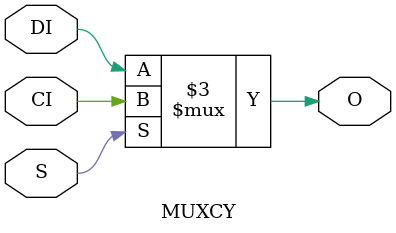
<source format=v>

`timescale  1 ps / 1 ps


module MUXCY (O, CI, DI, S);

    output O;
    reg    O;

    input  CI, DI, S;

	always @(CI or DI or S) 
	    if (S)
		O = CI;
	    else
		O = DI;

endmodule


</source>
